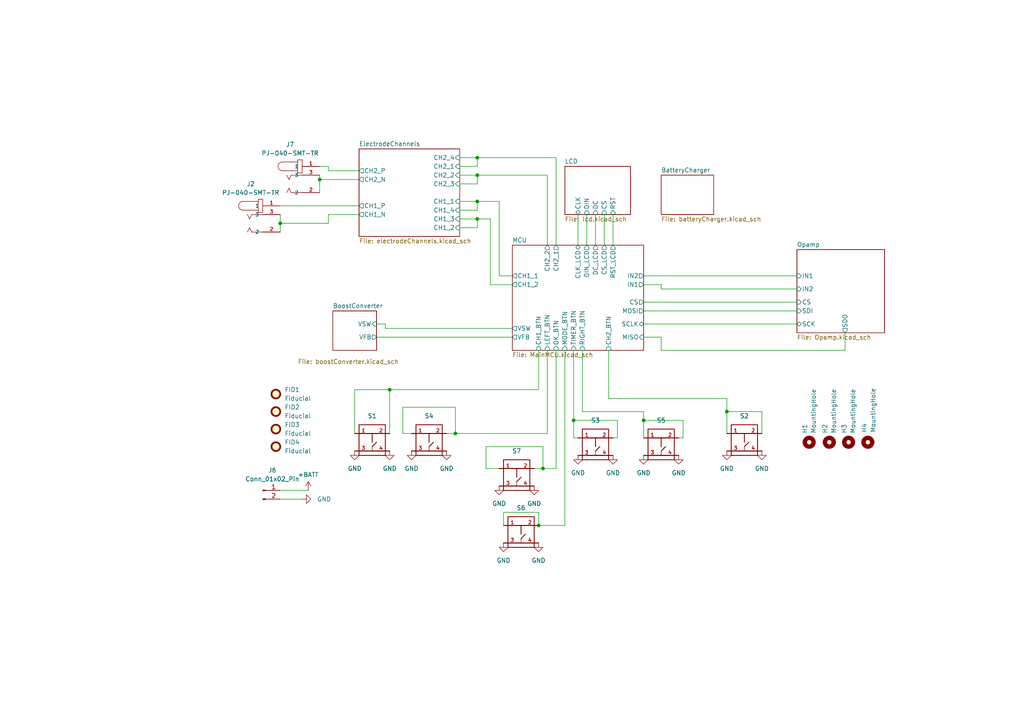
<source format=kicad_sch>
(kicad_sch (version 20230121) (generator eeschema)
  (paper "A4")
  (lib_symbols
    (symbol "2023-09-03_14-36-57:PJ-040-SMT-TR" (pin_names (offset 1.016))
      (property "Reference" "J" (at -7.6995 5.133 0))
      (property "Value" "PJ-040-SMT-TR" (at -7.6945 -7.6737 0))
      (symbol "PJ-040-SMT-TR_0_0"
        (arc (start -5.715 3.81) (mid -6.9795 2.54) (end -5.715 1.27) (stroke (width 0.1524)))
        (polyline (pts (xy -5.715 3.81) (xy -1.27 3.81)) (stroke (width 0.1524)))
        (polyline (pts (xy -3.81 -3.81) (xy -4.445 -5.08)) (stroke (width 0.1524)))
        (polyline (pts (xy -3.81 -1.27) (xy -4.445 0)) (stroke (width 0.1524)))
        (polyline (pts (xy -3.175 -5.08) (xy -3.81 -3.81)) (stroke (width 0.1524)))
        (polyline (pts (xy -3.175 0) (xy -3.81 -1.27)) (stroke (width 0.1524)))
        (polyline (pts (xy -1.27 0.635) (xy 0 0.635)) (stroke (width 0.1524)))
        (polyline (pts (xy -1.27 1.27) (xy -5.715 1.27)) (stroke (width 0.1524)))
        (polyline (pts (xy -1.27 1.27) (xy -1.27 0.635)) (stroke (width 0.1524)))
        (polyline (pts (xy -1.27 3.81) (xy -1.27 1.27)) (stroke (width 0.1524)))
        (polyline (pts (xy -1.27 4.445) (xy -1.27 3.81)) (stroke (width 0.1524)))
        (polyline (pts (xy 0 -5.08) (xy -3.175 -5.08)) (stroke (width 0.1524)))
        (polyline (pts (xy 0 0) (xy -3.175 0)) (stroke (width 0.1524)))
        (polyline (pts (xy 0 0.635) (xy 0 4.445)) (stroke (width 0.1524)))
        (polyline (pts (xy 0 4.445) (xy -1.27 4.445)) (stroke (width 0.1524)))
        (pin passive line (at 5.08 2.54 180) (length 5.08) (name "1") (number "1"))
        (pin passive line (at 5.08 -5.08 180) (length 5.08) (name "2") (number "2"))
        (pin passive line (at 5.08 0 180) (length 5.08) (name "3") (number "3"))
      )
    )
    (symbol "2023-09-03_14-36-57:PTS647SM38SMTR2LFS" (pin_names (offset 1.016))
      (property "Reference" "S" (at -1.27 3.81 0))
      (property "Value" "PTS647SM38SMTR2LFS" (at -7.62 -8.382 0))
      (symbol "PTS647SM38SMTR2LFS_0_0"
        (polyline (pts (xy -2.54 -5.08) (xy 5.08 -5.08)) (stroke (width 0.254)))
        (polyline (pts (xy -2.54 0) (xy 5.08 0)) (stroke (width 0.254)))
        (polyline (pts (xy 0 -3.81) (xy 1.27 -2.54)) (stroke (width 0.254)))
        (polyline (pts (xy 0 0) (xy 0 -2.54)) (stroke (width 0.254)))
        (polyline (pts (xy 2.54 -5.08) (xy -5.08 -5.08)) (stroke (width 0.254)))
        (polyline (pts (xy 2.54 0) (xy -5.08 0)) (stroke (width 0.254)))
        (pin passive line (at -5.08 0 0) (length 5.08) (name "~") (number "1"))
        (pin passive line (at 5.08 -5.08 180) (length 5.08) (name "~") (number "4"))
      )
      (symbol "PTS647SM38SMTR2LFS_0_1"
        (polyline (pts (xy 0 -5.08) (xy 0 -3.81)))
      )
      (symbol "PTS647SM38SMTR2LFS_1_0"
        (pin passive line (at 5.08 0 180) (length 5.08) (name "~") (number "2"))
        (pin passive line (at -5.08 -5.08 0) (length 5.08) (name "~") (number "3"))
      )
      (symbol "PTS647SM38SMTR2LFS_1_1"
        (rectangle (start -3.81 2.54) (end 3.81 -6.35) (stroke (width 0.254)))
      )
    )
    (symbol "Connector:Conn_01x02_Pin" (pin_names (offset 1.016) hide)
      (property "Reference" "J" (at 0 2.54 0))
      (property "Value" "Conn_01x02_Pin" (at 0 -5.08 0))
      (symbol "Conn_01x02_Pin_1_1"
        (polyline (pts (xy 1.27 -2.54) (xy 0.8636 -2.54)) (stroke (width 0.1524)))
        (polyline (pts (xy 1.27 0) (xy 0.8636 0)) (stroke (width 0.1524)))
        (rectangle (start 0.8636 -2.413) (end 0 -2.667) (stroke (width 0.1524)) (fill (type outline)))
        (rectangle (start 0.8636 0.127) (end 0 -0.127) (stroke (width 0.1524)) (fill (type outline)))
        (pin passive line (at 5.08 0 180) (length 3.81) (name "Pin_1") (number "1"))
        (pin passive line (at 5.08 -2.54 180) (length 3.81) (name "Pin_2") (number "2"))
      )
    )
    (symbol "Mechanical:Fiducial"
      (property "Reference" "FID" (at 0 5.08 0))
      (property "Value" "Fiducial" (at 0 3.175 0))
      (symbol "Fiducial_0_1"
        (circle (center 0 0) (radius 1.27) (stroke (width 0.508)) (fill (type background)))
      )
    )
    (symbol "Mechanical:MountingHole" (pin_names (offset 1.016))
      (property "Reference" "H" (at 0 5.08 0))
      (property "Value" "MountingHole" (at 0 3.175 0))
      (symbol "MountingHole_0_1"
        (circle (center 0 0) (radius 1.27) (stroke (width 1.27)))
      )
    )
    (symbol "power:+BATT" (power) (pin_names (offset 0))
      (property "Value" "+BATT" (at 0 3.556 0))
      (symbol "+BATT_0_1"
        (polyline (pts (xy -0.762 1.27) (xy 0 2.54)))
        (polyline (pts (xy 0 0) (xy 0 2.54)))
        (polyline (pts (xy 0 2.54) (xy 0.762 1.27)))
      )
      (symbol "+BATT_1_1"
        (pin power_in line (at 0 0 90) (length 0) hide (name "+BATT") (number "1"))
      )
    )
    (symbol "power:GND" (power) (pin_names (offset 0))
      (property "Value" "GND" (at 0 -3.81 0))
      (symbol "GND_0_1"
        (polyline (pts (xy 0 0) (xy 0 -1.27) (xy 1.27 -1.27) (xy 0 -2.54) (xy -1.27 -1.27) (xy 0 -1.27)))
      )
      (symbol "GND_1_1"
        (pin power_in line (at 0 0 270) (length 0) hide (name "GND") (number "1"))
      )
    )
  )
  (junction (at 138.43 63.5))
  (junction (at 81.28 64.77))
  (junction (at 92.71 52.07))
  (junction (at 210.82 119.38))
  (junction (at 113.03 113.03))
  (junction (at 166.37 121.92))
  (junction (at 132.08 125.73))
  (junction (at 138.43 58.42))
  (junction (at 156.21 152.4))
  (junction (at 138.43 50.8))
  (junction (at 138.43 45.72))
  (junction (at 157.48 135.89))
  (junction (at 186.69 121.92))
  (wire (pts (xy 92.71 52.07) (xy 104.14 52.07)))
  (wire (pts (xy 191.77 83.82) (xy 231.14 83.82)))
  (wire (pts (xy 133.35 53.34) (xy 138.43 53.34)))
  (wire (pts (xy 210.82 115.57) (xy 210.82 119.38)))
  (wire (pts (xy 191.77 97.79) (xy 191.77 101.6)))
  (wire (pts (xy 142.24 82.55) (xy 148.59 82.55)))
  (wire (pts (xy 116.84 125.73) (xy 116.84 118.11)))
  (wire (pts (xy 146.05 152.4) (xy 146.05 148.59)))
  (wire (pts (xy 179.07 121.92) (xy 166.37 121.92)))
  (wire (pts (xy 186.69 80.01) (xy 231.14 80.01)))
  (wire (pts (xy 138.43 63.5) (xy 142.24 63.5)))
  (wire (pts (xy 170.18 62.23) (xy 170.18 71.12)))
  (wire (pts (xy 138.43 48.26) (xy 138.43 45.72)))
  (wire (pts (xy 92.71 52.07) (xy 92.71 55.88)))
  (wire (pts (xy 161.29 135.89) (xy 157.48 135.89)))
  (wire (pts (xy 92.71 48.26) (xy 95.25 48.26)))
  (wire (pts (xy 186.69 121.92) (xy 186.69 127)))
  (wire (pts (xy 168.91 101.6) (xy 168.91 119.38)))
  (wire (pts (xy 157.48 129.54) (xy 157.48 135.89)))
  (wire (pts (xy 102.87 125.73) (xy 102.87 113.03)))
  (wire (pts (xy 186.69 93.98) (xy 231.14 93.98)))
  (wire (pts (xy 210.82 119.38) (xy 210.82 125.73)))
  (wire (pts (xy 138.43 50.8) (xy 158.75 50.8)))
  (wire (pts (xy 111.76 93.98) (xy 111.76 95.25)))
  (wire (pts (xy 133.35 60.96) (xy 138.43 60.96)))
  (wire (pts (xy 220.98 119.38) (xy 210.82 119.38)))
  (wire (pts (xy 158.75 101.6) (xy 158.75 125.73)))
  (wire (pts (xy 163.83 152.4) (xy 156.21 152.4)))
  (wire (pts (xy 109.22 93.98) (xy 111.76 93.98)))
  (wire (pts (xy 144.78 80.01) (xy 148.59 80.01)))
  (wire (pts (xy 138.43 53.34) (xy 138.43 50.8)))
  (wire (pts (xy 81.28 64.77) (xy 95.25 64.77)))
  (wire (pts (xy 132.08 125.73) (xy 129.54 125.73)))
  (wire (pts (xy 186.69 87.63) (xy 231.14 87.63)))
  (wire (pts (xy 140.97 129.54) (xy 157.48 129.54)))
  (wire (pts (xy 95.25 62.23) (xy 104.14 62.23)))
  (wire (pts (xy 133.35 48.26) (xy 138.43 48.26)))
  (wire (pts (xy 116.84 118.11) (xy 132.08 118.11)))
  (wire (pts (xy 113.03 113.03) (xy 113.03 125.73)))
  (wire (pts (xy 163.83 101.6) (xy 163.83 152.4)))
  (wire (pts (xy 102.87 113.03) (xy 113.03 113.03)))
  (wire (pts (xy 89.408 142.24) (xy 81.28 142.24)))
  (wire (pts (xy 186.69 97.79) (xy 191.77 97.79)))
  (wire (pts (xy 81.28 62.23) (xy 81.28 64.77)))
  (wire (pts (xy 138.43 60.96) (xy 138.43 58.42)))
  (wire (pts (xy 158.75 125.73) (xy 132.08 125.73)))
  (wire (pts (xy 95.25 49.53) (xy 104.14 49.53)))
  (wire (pts (xy 168.91 119.38) (xy 186.69 119.38)))
  (wire (pts (xy 133.35 63.5) (xy 138.43 63.5)))
  (wire (pts (xy 166.37 127) (xy 167.64 127)))
  (wire (pts (xy 138.43 45.72) (xy 161.29 45.72)))
  (wire (pts (xy 186.69 82.55) (xy 191.77 82.55)))
  (wire (pts (xy 132.08 118.11) (xy 132.08 125.73)))
  (wire (pts (xy 198.12 121.92) (xy 186.69 121.92)))
  (wire (pts (xy 196.85 127) (xy 198.12 127)))
  (wire (pts (xy 81.28 64.77) (xy 81.28 67.31)))
  (wire (pts (xy 133.35 58.42) (xy 138.43 58.42)))
  (wire (pts (xy 172.72 62.23) (xy 172.72 71.12)))
  (wire (pts (xy 245.11 101.6) (xy 245.11 96.52)))
  (wire (pts (xy 158.75 50.8) (xy 158.75 71.12)))
  (wire (pts (xy 156.21 148.59) (xy 156.21 152.4)))
  (wire (pts (xy 133.35 45.72) (xy 138.43 45.72)))
  (wire (pts (xy 92.71 50.8) (xy 92.71 52.07)))
  (wire (pts (xy 144.78 58.42) (xy 144.78 80.01)))
  (wire (pts (xy 198.12 127) (xy 198.12 121.92)))
  (wire (pts (xy 176.53 101.6) (xy 176.53 115.57)))
  (wire (pts (xy 167.64 62.23) (xy 167.64 71.12)))
  (wire (pts (xy 95.25 49.53) (xy 95.25 48.26)))
  (wire (pts (xy 191.77 101.6) (xy 245.11 101.6)))
  (wire (pts (xy 175.26 62.23) (xy 175.26 71.12)))
  (wire (pts (xy 177.8 127) (xy 179.07 127)))
  (wire (pts (xy 144.78 135.89) (xy 140.97 135.89)))
  (wire (pts (xy 140.97 135.89) (xy 140.97 129.54)))
  (wire (pts (xy 133.35 50.8) (xy 138.43 50.8)))
  (wire (pts (xy 186.69 119.38) (xy 186.69 121.92)))
  (wire (pts (xy 166.37 121.92) (xy 166.37 127)))
  (wire (pts (xy 119.38 125.73) (xy 116.84 125.73)))
  (wire (pts (xy 138.43 58.42) (xy 144.78 58.42)))
  (wire (pts (xy 177.8 62.23) (xy 177.8 71.12)))
  (wire (pts (xy 138.43 66.04) (xy 138.43 63.5)))
  (wire (pts (xy 156.21 101.6) (xy 156.21 113.03)))
  (wire (pts (xy 109.22 97.79) (xy 148.59 97.79)))
  (wire (pts (xy 111.76 95.25) (xy 148.59 95.25)))
  (wire (pts (xy 142.24 63.5) (xy 142.24 82.55)))
  (wire (pts (xy 179.07 127) (xy 179.07 121.92)))
  (wire (pts (xy 176.53 115.57) (xy 210.82 115.57)))
  (wire (pts (xy 95.25 62.23) (xy 95.25 64.77)))
  (wire (pts (xy 186.69 90.17) (xy 231.14 90.17)))
  (wire (pts (xy 161.29 101.6) (xy 161.29 135.89)))
  (wire (pts (xy 191.77 83.82) (xy 191.77 82.55)))
  (wire (pts (xy 161.29 45.72) (xy 161.29 71.12)))
  (wire (pts (xy 146.05 148.59) (xy 156.21 148.59)))
  (wire (pts (xy 133.35 66.04) (xy 138.43 66.04)))
  (wire (pts (xy 81.28 59.69) (xy 104.14 59.69)))
  (wire (pts (xy 157.48 135.89) (xy 154.94 135.89)))
  (wire (pts (xy 81.28 144.78) (xy 87.63 144.78)))
  (wire (pts (xy 220.98 125.73) (xy 220.98 119.38)))
  (wire (pts (xy 166.37 101.6) (xy 166.37 121.92)))
  (wire (pts (xy 156.21 113.03) (xy 113.03 113.03)))
  (symbol (lib_id "power:GND") (at 220.98 130.81 0) (unit 1)
    (property "Reference" "#PWR027" (effects hide))
    (property "Value" "GND" (at 220.98 135.89 0))
  )
  (symbol (lib_id "power:GND") (at 177.8 132.08 0) (mirror y) (unit 1)
    (property "Reference" "#PWR028" (effects hide))
    (property "Value" "GND" (at 177.8 137.16 0))
  )
  (symbol (lib_id "power:GND") (at 102.87 130.81 0) (unit 1)
    (property "Reference" "#PWR024" (effects hide))
    (property "Value" "GND" (at 102.87 135.89 0))
  )
  (symbol (lib_id "Connector:Conn_01x02_Pin") (at 76.2 142.24 0) (unit 1) (in_bom no)
    (property "Reference" "J6" (at 78.994 136.398 0))
    (property "Value" "Conn_01x02_Pin" (at 78.994 138.938 0))
    (property "Footprint" "Connector_PinHeader_2.00mm:PinHeader_1x02_P2.00mm_Vertical" (effects hide))
  )
  (symbol (lib_id "power:GND") (at 186.69 132.08 0) (mirror y) (unit 1)
    (property "Reference" "#PWR055" (effects hide))
    (property "Value" "GND" (at 186.69 137.16 0))
  )
  (symbol (lib_id "2023-09-03_14-36-57:PJ-040-SMT-TR") (at 76.2 62.23 0) (unit 1)
    (property "Reference" "J2" (at 72.7102 53.34 0))
    (property "Value" "PJ-040-SMT-TR" (at 72.7102 55.88 0))
    (property "Footprint" "Library:CUI_PJ-040-SMT-TR" (effects hide))
    (property "Manufacturer Part Number" "PJ-040-SMT-TR" (effects hide))
    (property "Description" "0.65 x 2.6 mm, 1.0 A, Horizontal, Surface Mount (SMT), Dc Power Jack Connector" (effects hide))
    (property "Manufacturer" "CUI INC" (effects hide))
    (property "Long Description" "Power Barrel Connector Jack 0.70mm ID (0.028\"), 2.35mm OD (0.093\") EIAJ-1 Surface Mount, Right Angle" (effects hide))
  )
  (symbol (lib_id "2023-09-03_14-36-57:PTS647SM38SMTR2LFS") (at 191.77 127 0) (unit 1)
    (property "Reference" "S5" (at 191.77 121.92 0))
    (property "Value" "PTS815 SJM 250 SMTR LFS" (effects hide))
    (property "Footprint" "Library:SW4_PTS815 SJM 250 SMTR LFS_CNK" (effects hide))
    (property "Package" "SMD" (effects hide))
    (property "Manufacturer Part Number" "PTS815 SJM 250 SMTR LFS" (effects hide))
    (property "Description" "TACT 4.2 X 3.2, 2.5 MM H, 180GF," (effects hide))
    (property "Manufacturer" "C&K" (effects hide))
    (property "Manufacturing Note" "D" (effects hide))
    (property "Long Description" "Tactile Switch SPST-NO Top Actuated Surface Mount" (effects hide))
  )
  (symbol (lib_id "power:GND") (at 87.63 144.78 90) (unit 1)
    (property "Reference" "#PWR075" (effects hide))
    (property "Value" "GND" (at 91.948 144.78 90) (effects (justify right)))
  )
  (symbol (lib_id "power:GND") (at 167.64 132.08 0) (mirror y) (unit 1)
    (property "Reference" "#PWR029" (effects hide))
    (property "Value" "GND" (at 167.64 137.16 0))
  )
  (symbol (lib_id "Mechanical:MountingHole") (at 234.696 128.27 90) (unit 1) (in_bom no)
    (property "Reference" "H1" (at 233.426 125.73 0) (effects (justify left)))
    (property "Value" "MountingHole" (at 235.966 125.73 0) (effects (justify left)))
    (property "Footprint" "MountingHole:MountingHole_2.2mm_M2" (effects hide))
  )
  (symbol (lib_id "2023-09-03_14-36-57:PTS647SM38SMTR2LFS") (at 172.72 127 0) (unit 1)
    (property "Reference" "S3" (at 172.72 121.92 0))
    (property "Value" "PTS815 SJM 250 SMTR LFS" (effects hide))
    (property "Footprint" "Library:SW4_PTS815 SJM 250 SMTR LFS_CNK" (effects hide))
    (property "Package" "SMD" (effects hide))
    (property "Manufacturer Part Number" "PTS815 SJM 250 SMTR LFS" (effects hide))
    (property "Description" "TACT 4.2 X 3.2, 2.5 MM H, 180GF," (effects hide))
    (property "Manufacturer" "C&K" (effects hide))
    (property "Manufacturing Note" "D" (effects hide))
    (property "Long Description" "Tactile Switch SPST-NO Top Actuated Surface Mount" (effects hide))
  )
  (symbol (lib_id "2023-09-03_14-36-57:PTS647SM38SMTR2LFS") (at 107.95 125.73 0) (unit 1)
    (property "Reference" "S1" (at 107.95 120.65 0))
    (property "Value" "PTS815 SJM 250 SMTR LFS" (effects hide))
    (property "Footprint" "Library:SW4_PTS815 SJM 250 SMTR LFS_CNK" (effects hide))
    (property "Package" "SMD" (effects hide))
    (property "Manufacturer Part Number" "PTS815 SJM 250 SMTR LFS" (effects hide))
    (property "Description" "TACT 4.2 X 3.2, 2.5 MM H, 180GF," (effects hide))
    (property "Manufacturer" "C&K" (effects hide))
    (property "Manufacturing Note" "D" (effects hide))
    (property "Long Description" "Tactile Switch SPST-NO Top Actuated Surface Mount" (effects hide))
  )
  (symbol (lib_id "2023-09-03_14-36-57:PTS647SM38SMTR2LFS") (at 149.86 135.89 0) (unit 1)
    (property "Reference" "S7" (at 149.86 130.81 0))
    (property "Value" "PTS815 SJM 250 SMTR LFS" (effects hide))
    (property "Footprint" "Library:SW4_PTS815 SJM 250 SMTR LFS_CNK" (effects hide))
    (property "Package" "SMD" (effects hide))
    (property "Manufacturer Part Number" "PTS815 SJM 250 SMTR LFS" (effects hide))
    (property "Description" "TACT 4.2 X 3.2, 2.5 MM H, 180GF," (effects hide))
    (property "Manufacturer" "C&K" (effects hide))
    (property "Manufacturing Note" "D" (effects hide))
    (property "Long Description" "Tactile Switch SPST-NO Top Actuated Surface Mount" (effects hide))
  )
  (symbol (lib_id "Mechanical:MountingHole") (at 240.538 128.27 90) (unit 1) (in_bom no)
    (property "Reference" "H2" (at 239.268 125.73 0) (effects (justify left)))
    (property "Value" "MountingHole" (at 241.808 125.73 0) (effects (justify left)))
    (property "Footprint" "MountingHole:MountingHole_2.2mm_M2" (effects hide))
  )
  (symbol (lib_id "power:GND") (at 119.38 130.81 0) (unit 1)
    (property "Reference" "#PWR052" (effects hide))
    (property "Value" "GND" (at 119.38 135.89 0))
  )
  (symbol (lib_id "2023-09-03_14-36-57:PTS647SM38SMTR2LFS") (at 124.46 125.73 0) (unit 1)
    (property "Reference" "S4" (at 124.46 120.65 0))
    (property "Value" "PTS815 SJM 250 SMTR LFS" (effects hide))
    (property "Footprint" "Library:SW4_PTS815 SJM 250 SMTR LFS_CNK" (effects hide))
    (property "Package" "SMD" (effects hide))
    (property "Manufacturer Part Number" "PTS815 SJM 250 SMTR LFS" (effects hide))
    (property "Description" "TACT 4.2 X 3.2, 2.5 MM H, 180GF," (effects hide))
    (property "Manufacturer" "C&K" (effects hide))
    (property "Manufacturing Note" "D" (effects hide))
    (property "Long Description" "Tactile Switch SPST-NO Top Actuated Surface Mount" (effects hide))
  )
  (symbol (lib_id "Mechanical:Fiducial") (at 80.01 124.46 0) (unit 1)
    (property "Reference" "FID3" (at 82.55 123.19 0) (effects (justify left)))
    (property "Value" "Fiducial" (at 82.55 125.73 0) (effects (justify left)))
    (property "Footprint" "Fiducial:Fiducial_0.75mm_Mask1.5mm" (effects hide))
  )
  (symbol (lib_id "power:GND") (at 144.78 140.97 0) (unit 1)
    (property "Reference" "#PWR058" (effects hide))
    (property "Value" "GND" (at 144.78 146.05 0))
  )
  (symbol (lib_id "power:GND") (at 129.54 130.81 0) (unit 1)
    (property "Reference" "#PWR053" (effects hide))
    (property "Value" "GND" (at 129.54 135.89 0))
  )
  (symbol (lib_id "Mechanical:Fiducial") (at 80.01 129.54 0) (unit 1)
    (property "Reference" "FID4" (at 82.55 128.27 0) (effects (justify left)))
    (property "Value" "Fiducial" (at 82.55 130.81 0) (effects (justify left)))
    (property "Footprint" "Fiducial:Fiducial_0.75mm_Mask1.5mm" (effects hide))
  )
  (symbol (lib_id "2023-09-03_14-36-57:PJ-040-SMT-TR") (at 87.63 50.8 0) (unit 1)
    (property "Reference" "J7" (at 84.1402 41.91 0))
    (property "Value" "PJ-040-SMT-TR" (at 84.1402 44.45 0))
    (property "Footprint" "Library:CUI_PJ-040-SMT-TR" (effects hide))
    (property "Manufacturer Part Number" "PJ-040-SMT-TR" (effects hide))
    (property "Description" "0.65 x 2.6 mm, 1.0 A, Horizontal, Surface Mount (SMT), Dc Power Jack Connector" (effects hide))
    (property "Manufacturer" "CUI INC" (effects hide))
    (property "Long Description" "Power Barrel Connector Jack 0.70mm ID (0.028\"), 2.35mm OD (0.093\") EIAJ-1 Surface Mount, Right Angle" (effects hide))
  )
  (symbol (lib_id "2023-09-03_14-36-57:PTS647SM38SMTR2LFS") (at 215.9 125.73 0) (unit 1)
    (property "Reference" "S2" (at 215.9 120.65 0))
    (property "Value" "PTS815 SJM 250 SMTR LFS" (effects hide))
    (property "Footprint" "Library:SW4_PTS815 SJM 250 SMTR LFS_CNK" (effects hide))
    (property "Package" "SMD" (effects hide))
    (property "Manufacturer Part Number" "PTS815 SJM 250 SMTR LFS" (effects hide))
    (property "Description" "TACT 4.2 X 3.2, 2.5 MM H, 180GF," (effects hide))
    (property "Manufacturer" "C&K" (effects hide))
    (property "Manufacturing Note" "D" (effects hide))
    (property "Long Description" "Tactile Switch SPST-NO Top Actuated Surface Mount" (effects hide))
  )
  (symbol (lib_id "power:+BATT") (at 89.408 142.24 0) (unit 1)
    (property "Reference" "#PWR074" (effects hide))
    (property "Value" "+BATT" (at 89.408 137.668 0))
  )
  (symbol (lib_id "power:GND") (at 196.85 132.08 0) (mirror y) (unit 1)
    (property "Reference" "#PWR054" (effects hide))
    (property "Value" "GND" (at 196.85 137.16 0))
  )
  (symbol (lib_id "2023-09-03_14-36-57:PTS647SM38SMTR2LFS") (at 151.13 152.4 0) (unit 1)
    (property "Reference" "S6" (at 151.13 147.32 0))
    (property "Value" "PTS815 SJM 250 SMTR LFS" (effects hide))
    (property "Footprint" "Library:SW4_PTS815 SJM 250 SMTR LFS_CNK" (effects hide))
    (property "Package" "SMD" (effects hide))
    (property "Manufacturer Part Number" "PTS815 SJM 250 SMTR LFS" (effects hide))
    (property "Description" "TACT 4.2 X 3.2, 2.5 MM H, 180GF," (effects hide))
    (property "Manufacturer" "C&K" (effects hide))
    (property "Manufacturing Note" "D" (effects hide))
    (property "Long Description" "Tactile Switch SPST-NO Top Actuated Surface Mount" (effects hide))
  )
  (symbol (lib_id "Mechanical:Fiducial") (at 80.01 119.38 0) (unit 1)
    (property "Reference" "FID2" (at 82.55 118.11 0) (effects (justify left)))
    (property "Value" "Fiducial" (at 82.55 120.65 0) (effects (justify left)))
    (property "Footprint" "Fiducial:Fiducial_0.75mm_Mask1.5mm" (effects hide))
  )
  (symbol (lib_id "Mechanical:MountingHole") (at 251.714 128.27 0) (unit 1) (in_bom no)
    (property "Reference" "H4" (at 250.698 125.476 90) (effects (justify left)))
    (property "Value" "MountingHole" (at 253.238 125.476 90) (effects (justify left)))
    (property "Footprint" "MountingHole:MountingHole_2.2mm_M2" (effects hide))
  )
  (symbol (lib_id "power:GND") (at 113.03 130.81 0) (unit 1)
    (property "Reference" "#PWR025" (effects hide))
    (property "Value" "GND" (at 113.03 135.89 0))
  )
  (symbol (lib_id "power:GND") (at 146.05 157.48 0) (unit 1)
    (property "Reference" "#PWR056" (effects hide))
    (property "Value" "GND" (at 146.05 162.56 0))
  )
  (symbol (lib_id "power:GND") (at 210.82 130.81 0) (unit 1)
    (property "Reference" "#PWR026" (effects hide))
    (property "Value" "GND" (at 210.82 135.89 0))
  )
  (symbol (lib_id "power:GND") (at 156.21 157.48 0) (unit 1)
    (property "Reference" "#PWR057" (effects hide))
    (property "Value" "GND" (at 156.21 162.56 0))
  )
  (symbol (lib_id "Mechanical:Fiducial") (at 80.01 114.3 0) (unit 1)
    (property "Reference" "FID1" (at 82.55 113.03 0) (effects (justify left)))
    (property "Value" "Fiducial" (at 82.55 115.57 0) (effects (justify left)))
    (property "Footprint" "Fiducial:Fiducial_0.75mm_Mask1.5mm" (effects hide))
  )
  (symbol (lib_id "power:GND") (at 154.94 140.97 0) (unit 1)
    (property "Reference" "#PWR059" (effects hide))
    (property "Value" "GND" (at 154.94 146.05 0))
  )
  (symbol (lib_id "Mechanical:MountingHole") (at 246.126 128.27 180) (unit 1) (in_bom no)
    (property "Reference" "H3" (at 244.856 125.73 90) (effects (justify right)))
    (property "Value" "MountingHole" (at 247.396 125.73 90) (effects (justify right)))
    (property "Footprint" "MountingHole:MountingHole_2.2mm_M2" (effects hide))
  )
  (sheet (at 191.77 50.8) (size 15.24 11.43) (stroke (width 0.1524))
    (property "Sheetname" "BatteryCharger" (at 191.77 50.0884 0) (effects (justify left bottom)))
    (property "Sheetfile" "batteryCharger.kicad_sch" (at 191.77 62.8146 0) (effects (justify left top)))
  )
  (sheet (at 104.14 43.18) (size 29.21 25.4) (stroke (width 0.1524))
    (property "Sheetname" "ElectrodeChannels" (at 104.14 42.4684 0) (effects (justify left bottom)))
    (property "Sheetfile" "electrodeChannels.kicad_sch" (at 104.14 69.1646 0) (effects (justify left top)))
    (pin "CH2_P" output (at 104.14 49.53 180))
    (pin "CH2_2" input (at 133.35 50.8 0))
    (pin "CH2_1" input (at 133.35 48.26 0))
    (pin "CH1_3" input (at 133.35 63.5 0))
    (pin "CH1_4" input (at 133.35 60.96 0))
    (pin "CH2_3" input (at 133.35 53.34 0))
    (pin "CH2_4" input (at 133.35 45.72 0))
    (pin "CH2_N" output (at 104.14 52.07 180))
    (pin "CH1_2" input (at 133.35 66.04 0))
    (pin "CH1_1" input (at 133.35 58.42 0))
    (pin "CH1_P" output (at 104.14 59.69 180))
    (pin "CH1_N" output (at 104.14 62.23 180))
  )
  (sheet (at 231.14 72.39) (size 25.4 24.13) (stroke (width 0.1524))
    (property "Sheetname" "Opamp" (at 231.14 71.6784 0) (effects (justify left bottom)))
    (property "Sheetfile" "Opamp.kicad_sch" (at 231.14 97.1046 0) (effects (justify left top)))
    (pin "SDO" output (at 245.11 96.52 270))
    (pin "CS" input (at 231.14 87.63 180))
    (pin "SCK" bidirectional (at 231.14 93.98 180))
    (pin "SDI" input (at 231.14 90.17 180))
    (pin "IN1" input (at 231.14 80.01 180))
    (pin "IN2" input (at 231.14 83.82 180))
  )
  (sheet (at 96.52 90.17) (size 12.7 11.43) (stroke (width 0.1524))
    (property "Sheetname" "BoostConverter" (at 96.52 89.4584 0) (effects (justify left bottom)))
    (property "Sheetfile" "boostConverter.kicad_sch" (at 86.36 104.14 0) (effects (justify left top)))
    (pin "VSW" input (at 109.22 93.98 0))
    (pin "VFB" output (at 109.22 97.79 0))
  )
  (sheet (at 163.83 48.26) (size 19.05 13.97) (stroke (width 0.1524))
    (property "Sheetname" "LCD" (at 163.83 47.5484 0) (effects (justify left bottom)))
    (property "Sheetfile" "lcd.kicad_sch" (at 163.83 62.8146 0) (effects (justify left top)))
    (pin "CLK" bidirectional (at 167.64 62.23 270))
    (pin "DC" input (at 172.72 62.23 270))
    (pin "RST" input (at 177.8 62.23 270))
    (pin "CS" input (at 175.26 62.23 270))
    (pin "DIN" input (at 170.18 62.23 270))
  )
  (sheet (at 148.59 71.12) (size 38.1 30.48) (stroke (width 0.1524))
    (property "Sheetname" "MCU" (at 148.59 70.4084 0) (effects (justify left bottom)))
    (property "Sheetfile" "MainMCU.kicad_sch" (at 148.59 102.1846 0) (effects (justify left top)))
    (pin "CH1_2" output (at 148.59 82.55 180))
    (pin "CH1_1" output (at 148.59 80.01 180))
    (pin "CH2_1" output (at 161.29 71.12 90))
    (pin "VFB" output (at 148.59 97.79 180))
    (pin "IN2" output (at 186.69 80.01 0))
    (pin "IN1" output (at 186.69 82.55 0))
    (pin "CH2_2" output (at 158.75 71.12 90))
    (pin "CS" output (at 186.69 87.63 0))
    (pin "MOSI" output (at 186.69 90.17 0))
    (pin "SCLK" bidirectional (at 186.69 93.98 0))
    (pin "MISO" input (at 186.69 97.79 0))
    (pin "VSW" output (at 148.59 95.25 180))
    (pin "TIMER_BTN" input (at 166.37 101.6 270))
    (pin "OK_BTN" input (at 161.29 101.6 270))
    (pin "RIGHT_BTN" input (at 168.91 101.6 270))
    (pin "LEFT_BTN" input (at 158.75 101.6 270))
    (pin "CLK_LCD" bidirectional (at 167.64 71.12 90))
    (pin "DC_LCD" output (at 172.72 71.12 90))
    (pin "CS_LCD" output (at 175.26 71.12 90))
    (pin "RST_LCD" output (at 177.8 71.12 90))
    (pin "DIN_LCD" output (at 170.18 71.12 90))
    (pin "CH1_BTN" input (at 156.21 101.6 270))
    (pin "MODE_BTN" input (at 163.83 101.6 270))
    (pin "CH2_BTN" input (at 176.53 101.6 270))
  )
)
</source>
